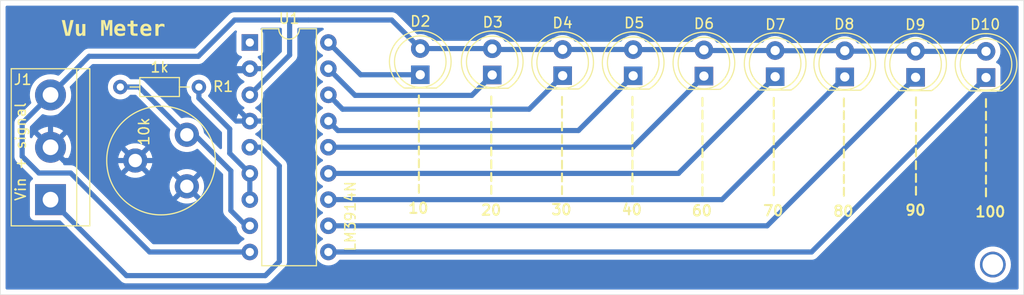
<source format=kicad_pcb>
(kicad_pcb (version 20240108) (generator "pcbnew") (generator_version "8.0")
  (layers (0 "F.Cu" signal) (31 "B.Cu" signal) (34 "B.Paste" user) (35 "F.Paste" user) (36 "B.SilkS" user "B.Silkscreen") (37 "F.SilkS" user "F.Silkscreen") (38 "B.Mask" user) (39 "F.Mask" user) (44 "Edge.Cuts" user))
  (net 0 "")
  (net 1 "Net-(D2-K)")
  (net 2 "Net-(D3-K)")
  (net 3 "Net-(D4-K)")
  (net 4 "Net-(D5-K)")
  (net 5 "Net-(D6-K)")
  (net 6 "Net-(D7-K)")
  (net 7 "Net-(D8-K)")
  (net 8 "Net-(D9-K)")
  (net 9 "Net-(D10-K)")
  (net 10 "Net-(J1-Pin_1)")
  (net 11 "GND")
  (net 12 "Net-(U1-REFADJ)")
  (net 13 "Net-(U1-REFOUT)")
  (net 14 "Net-(D10-A)")
  (footprint "LED_THT:LED_D5.0mm" (layer "F.Cu") (at 156.45 91.38 90)
    (property "Reference" "D5" (at 5.12 0.1 0) (layer "F.SilkS"))
    (property "Value" "LED5")
    (fp_line (start -1.29 -1.545) (end -1.29 1.545) (stroke (width 0.12)) (layer "F.SilkS"))
    (fp_arc (start -1.29 -1.54483) (mid 2.071756 -2.880501) (end 4.26 -0.000048) (stroke (width 0.12)) (layer "F.SilkS"))
    (fp_arc (start 4.26 0.000048) (mid 2.071756 2.880501) (end -1.29 1.54483) (stroke (width 0.12)) (layer "F.SilkS"))
    (fp_circle (center 1.27 0) (end 3.77 0) (stroke (width 0.12)) (fill none) (layer "F.SilkS"))
    (pad "1" thru_hole rect (at 0 0 90) (size 1.8 1.8) (drill 0.9) (layers "*.Cu" "*.Mask") (net 4 "Net-(D5-K)"))
    (pad "2" thru_hole circle (at 2.54 0 90) (size 1.8 1.8) (drill 0.9) (layers "*.Cu" "*.Mask") (net 14 "Net-(D10-A)"))
  )
  (footprint "LED_THT:LED_D5.0mm" (layer "F.Cu") (at 176.97 91.49 90)
    (property "Reference" "D8" (at 5.11 -0.05 0) (layer "F.SilkS"))
    (property "Value" "LED8")
    (fp_line (start -1.29 -1.545) (end -1.29 1.545) (stroke (width 0.12)) (layer "F.SilkS"))
    (fp_arc (start -1.29 -1.54483) (mid 2.071756 -2.880501) (end 4.26 -0.000048) (stroke (width 0.12)) (layer "F.SilkS"))
    (fp_arc (start 4.26 0.000048) (mid 2.071756 2.880501) (end -1.29 1.54483) (stroke (width 0.12)) (layer "F.SilkS"))
    (fp_circle (center 1.27 0) (end 3.77 0) (stroke (width 0.12)) (fill none) (layer "F.SilkS"))
    (pad "1" thru_hole rect (at 0 0 90) (size 1.8 1.8) (drill 0.9) (layers "*.Cu" "*.Mask") (net 7 "Net-(D8-K)"))
    (pad "2" thru_hole circle (at 2.54 0 90) (size 1.8 1.8) (drill 0.9) (layers "*.Cu" "*.Mask") (net 14 "Net-(D10-A)"))
  )
  (footprint "LED_THT:LED_D5.0mm" (layer "F.Cu") (at 135.8 91.28 90)
    (property "Reference" "D2" (at 5.18 0.01 0) (layer "F.SilkS"))
    (property "Value" "LED2")
    (fp_line (start -1.29 -1.545) (end -1.29 1.545) (stroke (width 0.12)) (layer "F.SilkS"))
    (fp_arc (start -1.29 -1.54483) (mid 2.071756 -2.880501) (end 4.26 -0.000048) (stroke (width 0.12)) (layer "F.SilkS"))
    (fp_arc (start 4.26 0.000048) (mid 2.071756 2.880501) (end -1.29 1.54483) (stroke (width 0.12)) (layer "F.SilkS"))
    (fp_circle (center 1.27 0) (end 3.77 0) (stroke (width 0.12)) (fill none) (layer "F.SilkS"))
    (pad "1" thru_hole rect (at 0 0 90) (size 1.8 1.8) (drill 0.9) (layers "*.Cu" "*.Mask") (net 1 "Net-(D2-K)"))
    (pad "2" thru_hole circle (at 2.54 0 90) (size 1.8 1.8) (drill 0.9) (layers "*.Cu" "*.Mask") (net 14 "Net-(D10-A)"))
  )
  (footprint "Resistor_THT:R_Axial_DIN0204_L3.6mm_D1.6mm_P7.62mm_Horizontal" (layer "F.Cu") (at 114.33 92.47 180)
    (property "Reference" "R1" (at -2.35 0.04 0) (layer "F.SilkS"))
    (property "Value" "1k" (at 3.81 1.92 0) (layer "F.SilkS"))
    (fp_line (start 6.68 0) (end 5.73 0) (stroke (width 0.12)) (layer "F.SilkS"))
    (fp_line (start 5.73 0.92) (end 5.73 -0.92) (stroke (width 0.12)) (layer "F.SilkS"))
    (fp_line (start 5.73 -0.92) (end 1.89 -0.92) (stroke (width 0.12)) (layer "F.SilkS"))
    (fp_line (start 1.89 0.92) (end 5.73 0.92) (stroke (width 0.12)) (layer "F.SilkS"))
    (fp_line (start 1.89 -0.92) (end 1.89 0.92) (stroke (width 0.12)) (layer "F.SilkS"))
    (fp_line (start 0.94 0) (end 1.89 0) (stroke (width 0.12)) (layer "F.SilkS"))
    (pad "1" thru_hole circle (at 0 0 180) (size 1.4 1.4) (drill 0.7) (layers "*.Cu" "*.Mask") (net 13 "Net-(U1-REFOUT)"))
    (pad "2" thru_hole oval (at 7.62 0 180) (size 1.4 1.4) (drill 0.7) (layers "*.Cu" "*.Mask") (net 12 "Net-(U1-REFADJ)"))
  )
  (footprint "TerminalBlock:TerminalBlock_bornier-3_P5.08mm" (layer "F.Cu") (at 99.94 103.395 90)
    (property "Reference" "J1" (at 11.64 -2.7 180) (layer "F.SilkS"))
    (property "Value" "Vin + signal" (at 4.66 -2.9 270) (layer "F.SilkS"))
    (fp_line (start -2.54 -3.81) (end 12.7 -3.81) (stroke (width 0.12)) (layer "F.SilkS"))
    (fp_line (start -2.54 2.54) (end 12.7 2.54) (stroke (width 0.12)) (layer "F.SilkS"))
    (fp_line (start 12.7 3.81) (end 12.7 -3.81) (stroke (width 0.12)) (layer "F.SilkS"))
    (fp_line (start -2.54 3.81) (end -2.54 -3.81) (stroke (width 0.12)) (layer "F.SilkS"))
    (fp_line (start -2.54 3.81) (end 12.7 3.81) (stroke (width 0.12)) (layer "F.SilkS"))
    (pad "1" thru_hole rect (at 0 0 90) (size 3 3) (drill 1.52) (layers "*.Cu" "*.Mask") (net 10 "Net-(J1-Pin_1)"))
    (pad "2" thru_hole circle (at 5.08 0 90) (size 3 3) (drill 1.52) (layers "*.Cu" "*.Mask") (net 11 "GND"))
    (pad "3" thru_hole circle (at 10.16 0 90) (size 3 3) (drill 1.52) (layers "*.Cu" "*.Mask") (net 14 "Net-(D10-A)"))
  )
  (footprint "MountingHole:MountingHole_2.5mm" (layer "F.Cu") (at 191.33 109.69)
    (property "Reference" "H1" (at 0 0.05 0) (layer "F.SilkS"))
    (property "Value" "MountingHole")
    (pad "" np_thru_hole circle (at 0 0) (size 2.5 2.5) (drill 2) (layers "F&B.Cu" "*.Mask"))
  )
  (footprint "LED_THT:LED_D5.0mm" (layer "F.Cu") (at 183.84 91.53 90)
    (property "Reference" "D9" (at 5.11 -0.03 0) (layer "F.SilkS"))
    (property "Value" "LED9")
    (fp_line (start -1.29 -1.545) (end -1.29 1.545) (stroke (width 0.12)) (layer "F.SilkS"))
    (fp_arc (start -1.29 -1.54483) (mid 2.071756 -2.880501) (end 4.26 -0.000048) (stroke (width 0.12)) (layer "F.SilkS"))
    (fp_arc (start 4.26 0.000048) (mid 2.071756 2.880501) (end -1.29 1.54483) (stroke (width 0.12)) (layer "F.SilkS"))
    (fp_circle (center 1.27 0) (end 3.77 0) (stroke (width 0.12)) (fill none) (layer "F.SilkS"))
    (pad "1" thru_hole rect (at 0 0 90) (size 1.8 1.8) (drill 0.9) (layers "*.Cu" "*.Mask") (net 8 "Net-(D9-K)"))
    (pad "2" thru_hole circle (at 2.54 0 90) (size 1.8 1.8) (drill 0.9) (layers "*.Cu" "*.Mask") (net 14 "Net-(D10-A)"))
  )
  (footprint "LED_THT:LED_D5.0mm" (layer "F.Cu") (at 163.31 91.41 90)
    (property "Reference" "D6" (at 5.08 0.01 0) (layer "F.SilkS"))
    (property "Value" "LED6")
    (fp_line (start -1.29 -1.545) (end -1.29 1.545) (stroke (width 0.12)) (layer "F.SilkS"))
    (fp_arc (start -1.29 -1.54483) (mid 2.071756 -2.880501) (end 4.26 -0.000048) (stroke (width 0.12)) (layer "F.SilkS"))
    (fp_arc (start 4.26 0.000048) (mid 2.071756 2.880501) (end -1.29 1.54483) (stroke (width 0.12)) (layer "F.SilkS"))
    (fp_circle (center 1.27 0) (end 3.77 0) (stroke (width 0.12)) (fill none) (layer "F.SilkS"))
    (pad "1" thru_hole rect (at 0 0 90) (size 1.8 1.8) (drill 0.9) (layers "*.Cu" "*.Mask") (net 5 "Net-(D6-K)"))
    (pad "2" thru_hole circle (at 2.54 0 90) (size 1.8 1.8) (drill 0.9) (layers "*.Cu" "*.Mask") (net 14 "Net-(D10-A)"))
  )
  (footprint "Package_DIP:DIP-18_W7.62mm" (layer "F.Cu") (at 119.27 88.15)
    (property "Reference" "U1" (at 3.81 -2.33 0) (layer "F.SilkS"))
    (property "Value" "LM3914N" (at 9.75 16.86 90) (layer "F.SilkS"))
    (fp_line (start 1.16 -1.33) (end 1.16 21.65) (stroke (width 0.12)) (layer "F.SilkS"))
    (fp_line (start 1.16 21.65) (end 6.46 21.65) (stroke (width 0.12)) (layer "F.SilkS"))
    (fp_line (start 2.81 -1.33) (end 1.16 -1.33) (stroke (width 0.12)) (layer "F.SilkS"))
    (fp_line (start 6.46 -1.33) (end 4.81 -1.33) (stroke (width 0.12)) (layer "F.SilkS"))
    (fp_line (start 6.46 21.65) (end 6.46 -1.33) (stroke (width 0.12)) (layer "F.SilkS"))
    (fp_arc (start 4.81 -1.33) (mid 3.81 -0.33) (end 2.81 -1.33) (stroke (width 0.12)) (layer "F.SilkS"))
    (pad "1" thru_hole rect (at 0 0) (size 1.6 1.6) (drill 0.8) (layers "*.Cu" "*.Mask"))
    (pad "2" thru_hole oval (at 0 2.54) (size 1.6 1.6) (drill 0.8) (layers "*.Cu" "*.Mask") (net 11 "GND"))
    (pad "3" thru_hole oval (at 0 5.08) (size 1.6 1.6) (drill 0.8) (layers "*.Cu" "*.Mask") (net 14 "Net-(D10-A)"))
    (pad "4" thru_hole oval (at 0 7.62) (size 1.6 1.6) (drill 0.8) (layers "*.Cu" "*.Mask") (net 11 "GND"))
    (pad "5" thru_hole oval (at 0 10.16) (size 1.6 1.6) (drill 0.8) (layers "*.Cu" "*.Mask") (net 10 "Net-(J1-Pin_1)"))
    (pad "6" thru_hole oval (at 0 12.7) (size 1.6 1.6) (drill 0.8) (layers "*.Cu" "*.Mask") (net 13 "Net-(U1-REFOUT)"))
    (pad "7" thru_hole oval (at 0 15.24) (size 1.6 1.6) (drill 0.8) (layers "*.Cu" "*.Mask") (net 13 "Net-(U1-REFOUT)"))
    (pad "8" thru_hole oval (at 0 17.78) (size 1.6 1.6) (drill 0.8) (layers "*.Cu" "*.Mask") (net 12 "Net-(U1-REFADJ)"))
    (pad "9" thru_hole oval (at 0 20.32) (size 1.6 1.6) (drill 0.8) (layers "*.Cu" "*.Mask") (net 14 "Net-(D10-A)"))
    (pad "10" thru_hole oval (at 7.62 20.32) (size 1.6 1.6) (drill 0.8) (layers "*.Cu" "*.Mask") (net 9 "Net-(D10-K)"))
    (pad "11" thru_hole oval (at 7.62 17.78) (size 1.6 1.6) (drill 0.8) (layers "*.Cu" "*.Mask") (net 8 "Net-(D9-K)"))
    (pad "12" thru_hole oval (at 7.62 15.24) (size 1.6 1.6) (drill 0.8) (layers "*.Cu" "*.Mask") (net 7 "Net-(D8-K)"))
    (pad "13" thru_hole oval (at 7.62 12.7) (size 1.6 1.6) (drill 0.8) (layers "*.Cu" "*.Mask") (net 6 "Net-(D7-K)"))
    (pad "14" thru_hole oval (at 7.62 10.16) (size 1.6 1.6) (drill 0.8) (layers "*.Cu" "*.Mask") (net 5 "Net-(D6-K)"))
    (pad "15" thru_hole oval (at 7.62 7.62) (size 1.6 1.6) (drill 0.8) (layers "*.Cu" "*.Mask") (net 4 "Net-(D5-K)"))
    (pad "16" thru_hole oval (at 7.62 5.08) (size 1.6 1.6) (drill 0.8) (layers "*.Cu" "*.Mask") (net 3 "Net-(D4-K)"))
    (pad "17" thru_hole oval (at 7.62 2.54) (size 1.6 1.6) (drill 0.8) (layers "*.Cu" "*.Mask") (net 2 "Net-(D3-K)"))
    (pad "18" thru_hole oval (at 7.62 0) (size 1.6 1.6) (drill 0.8) (layers "*.Cu" "*.Mask") (net 1 "Net-(D2-K)"))
  )
  (footprint "LED_THT:LED_D5.0mm" (layer "F.Cu") (at 142.78 91.3 90)
    (property "Reference" "D3" (at 5.11 0.05 0) (layer "F.SilkS"))
    (property "Value" "LED3")
    (fp_line (start -1.29 -1.545) (end -1.29 1.545) (stroke (width 0.12)) (layer "F.SilkS"))
    (fp_arc (start -1.29 -1.54483) (mid 2.071756 -2.880501) (end 4.26 -0.000048) (stroke (width 0.12)) (layer "F.SilkS"))
    (fp_arc (start 4.26 0.000048) (mid 2.071756 2.880501) (end -1.29 1.54483) (stroke (width 0.12)) (layer "F.SilkS"))
    (fp_circle (center 1.27 0) (end 3.77 0) (stroke (width 0.12)) (fill none) (layer "F.SilkS"))
    (pad "1" thru_hole rect (at 0 0 90) (size 1.8 1.8) (drill 0.9) (layers "*.Cu" "*.Mask") (net 2 "Net-(D3-K)"))
    (pad "2" thru_hole circle (at 2.54 0 90) (size 1.8 1.8) (drill 0.9) (layers "*.Cu" "*.Mask") (net 14 "Net-(D10-A)"))
  )
  (footprint "LED_THT:LED_D5.0mm" (layer "F.Cu") (at 149.61 91.37 90)
    (property "Reference" "D4" (at 5.11 -0.01 0) (layer "F.SilkS"))
    (property "Value" "LED4")
    (fp_line (start -1.29 -1.545) (end -1.29 1.545) (stroke (width 0.12)) (layer "F.SilkS"))
    (fp_arc (start -1.29 -1.54483) (mid 2.071756 -2.880501) (end 4.26 -0.000048) (stroke (width 0.12)) (layer "F.SilkS"))
    (fp_arc (start 4.26 0.000048) (mid 2.071756 2.880501) (end -1.29 1.54483) (stroke (width 0.12)) (layer "F.SilkS"))
    (fp_circle (center 1.27 0) (end 3.77 0) (stroke (width 0.12)) (fill none) (layer "F.SilkS"))
    (pad "1" thru_hole rect (at 0 0 90) (size 1.8 1.8) (drill 0.9) (layers "*.Cu" "*.Mask") (net 3 "Net-(D4-K)"))
    (pad "2" thru_hole circle (at 2.54 0 90) (size 1.8 1.8) (drill 0.9) (layers "*.Cu" "*.Mask") (net 14 "Net-(D10-A)"))
  )
  (footprint "LED_THT:LED_D5.0mm" (layer "F.Cu") (at 190.67 91.55 90)
    (property "Reference" "D10" (at 5.16 -0.08 0) (layer "F.SilkS"))
    (property "Value" "LED10" (hide yes))
    (fp_line (start -1.29 -1.545) (end -1.29 1.545) (stroke (width 0.12)) (layer "F.SilkS"))
    (fp_arc (start -1.29 -1.54483) (mid 2.071756 -2.880501) (end 4.26 -0.000048) (stroke (width 0.12)) (layer "F.SilkS"))
    (fp_arc (start 4.26 0.000048) (mid 2.071756 2.880501) (end -1.29 1.54483) (stroke (width 0.12)) (layer "F.SilkS"))
    (fp_circle (center 1.27 0) (end 3.77 0) (stroke (width 0.12)) (fill none) (layer "F.SilkS"))
    (pad "1" thru_hole rect (at 0 0 90) (size 1.8 1.8) (drill 0.9) (layers "*.Cu" "*.Mask") (net 9 "Net-(D10-K)"))
    (pad "2" thru_hole circle (at 2.54 0 90) (size 1.8 1.8) (drill 0.9) (layers "*.Cu" "*.Mask") (net 14 "Net-(D10-A)"))
  )
  (footprint "LED_THT:LED_D5.0mm" (layer "F.Cu") (at 170.22 91.47 90)
    (property "Reference" "D7" (at 5.06 0.02 0) (layer "F.SilkS"))
    (property "Value" "LED7")
    (fp_line (start -1.29 -1.545) (end -1.29 1.545) (stroke (width 0.12)) (layer "F.SilkS"))
    (fp_arc (start -1.29 -1.54483) (mid 2.071756 -2.880501) (end 4.26 -0.000048) (stroke (width 0.12)) (layer "F.SilkS"))
    (fp_arc (start 4.26 0.000048) (mid 2.071756 2.880501) (end -1.29 1.54483) (stroke (width 0.12)) (layer "F.SilkS"))
    (fp_circle (center 1.27 0) (end 3.77 0) (stroke (width 0.12)) (fill none) (layer "F.SilkS"))
    (pad "1" thru_hole rect (at 0 0 90) (size 1.8 1.8) (drill 0.9) (layers "*.Cu" "*.Mask") (net 6 "Net-(D7-K)"))
    (pad "2" thru_hole circle (at 2.54 0 90) (size 1.8 1.8) (drill 0.9) (layers "*.Cu" "*.Mask") (net 14 "Net-(D10-A)"))
  )
  (footprint "Potentiometer_THT:Potentiometer_Piher_PT-10-V05_Vertical" (layer "F.Cu") (at 113.16 97.1 180)
    (property "Reference" "RV1" (hide yes))
    (property "Value" "10k" (at 4.15 0.31 90) (layer "F.SilkS"))
    (fp_circle (center 2.501 -2.5) (end 7.771 -2.5) (stroke (width 0.12)) (fill none) (layer "F.SilkS"))
    (pad "1" thru_hole circle (at 0 0 180) (size 2.34 2.34) (drill 1.3) (layers "*.Cu" "*.Mask") (net 12 "Net-(U1-REFADJ)"))
    (pad "2" thru_hole circle (at 5 -2.5 180) (size 2.34 2.34) (drill 1.3) (layers "*.Cu" "*.Mask") (net 11 "GND"))
    (pad "3" thru_hole circle (at 0 -5 180) (size 2.34 2.34) (drill 1.3) (layers "*.Cu" "*.Mask") (net 11 "GND"))
  )
  (gr_rect (start 95.08 84.08) (end 194.33 112.61) (stroke (width 0.05)) (fill none) (layer "Edge.Cuts"))
  (gr_text "90" (at 182.74 105 0) (layer "F.SilkS") (effects (font (size 1 1) (thickness 0.2) (bold yes)) (justify left bottom)))
  (gr_text "60\n" (at 162.03 105.05 0) (layer "F.SilkS") (effects (font (size 1 1) (thickness 0.2) (bold yes)) (justify left bottom)))
  (gr_text "70" (at 168.95 105.05 0) (layer "F.SilkS") (effects (font (size 1 1) (thickness 0.2) (bold yes)) (justify left bottom)))
  (gr_text "10" (at 134.53 104.81 0) (layer "F.SilkS") (effects (font (size 1 1) (thickness 0.2) (bold yes)) (justify left bottom)))
  (gr_text "--------" (at 150.06 103.23 90) (layer "F.SilkS") (effects (font (size 1 1) (thickness 0.2) (bold yes)) (justify left bottom)))
  (gr_text "--------" (at 136.18 103.09 90) (layer "F.SilkS") (effects (font (size 1 1) (thickness 0.2) (bold yes)) (justify left bottom)))
  (gr_text "80" (at 175.75 105.1 0) (layer "F.SilkS") (effects (font (size 1 1) (thickness 0.2) (bold yes)) (justify left bottom)))
  (gr_text "--------" (at 156.89 103.23 90) (layer "F.SilkS") (effects (font (size 1 1) (thickness 0.2) (bold yes)) (justify left bottom)))
  (gr_text "--------" (at 170.6 103.33 90) (layer "F.SilkS") (effects (font (size 1 1) (thickness 0.2) (bold yes)) (justify left bottom)))
  (gr_text "--------" (at 163.68 103.33 90) (layer "F.SilkS") (effects (font (size 1 1) (thickness 0.2) (bold yes)) (justify left bottom)))
  (gr_text "--------" (at 191.18 103.44 90) (layer "F.SilkS") (effects (font (size 1 1) (thickness 0.2) (bold yes)) (justify left bottom)))
  (gr_text "40" (at 155.24 104.95 0) (layer "F.SilkS") (effects (font (size 1 1) (thickness 0.2) (bold yes)) (justify left bottom)))
  (gr_text "100" (at 189.53 105.16 0) (layer "F.SilkS") (effects (font (size 1 1) (thickness 0.2) (bold yes)) (justify left bottom)))
  (gr_text "30\n" (at 148.41 104.95 0) (layer "F.SilkS") (effects (font (size 1 1) (thickness 0.2) (bold yes)) (justify left bottom)))
  (gr_text "--------" (at 143.2 103.19 90) (layer "F.SilkS") (effects (font (size 1 1) (thickness 0.2) (bold yes)) (justify left bottom)))
  (gr_text "Vu Meter" (at 100.97 87.76 0) (layer "F.SilkS") (effects (font (size 1.5 1.5) (thickness 0.3) (bold yes)) (justify left bottom)))
  (gr_text "20\n\n" (at 141.59 106.6 0) (layer "F.SilkS") (effects (font (size 1 1) (thickness 0.2) (bold yes)) (justify left bottom)))
  (gr_text "--------" (at 177.4 103.38 90) (layer "F.SilkS") (effects (font (size 1 1) (thickness 0.2) (bold yes)) (justify left bottom)))
  (gr_text "--------" (at 184.39 103.28 90) (layer "F.SilkS") (effects (font (size 1 1) (thickness 0.2) (bold yes)) (justify left bottom)))
  (segment (start 130.02 91.28) (end 135.8 91.28) (width 0.5) (layer "B.Cu") (net 1))
  (segment (start 126.89 88.15) (end 130.02 91.28) (width 0.5) (layer "B.Cu") (net 1))
  (segment (start 140.8 93.28) (end 142.78 91.3) (width 0.5) (layer "B.Cu") (net 2))
  (segment (start 129.48 93.28) (end 140.8 93.28) (width 0.5) (layer "B.Cu") (net 2))
  (segment (start 126.89 90.69) (end 129.48 93.28) (width 0.5) (layer "B.Cu") (net 2))
  (segment (start 127.69 94.04) (end 128.27 94.62) (width 0.5) (layer "B.Cu") (net 3))
  (segment (start 128.27 94.62) (end 146.36 94.62) (width 0.5) (layer "B.Cu") (net 3))
  (segment (start 127.69 94.03) (end 127.69 94.04) (width 0.5) (layer "B.Cu") (net 3))
  (segment (start 146.36 94.62) (end 149.61 91.37) (width 0.5) (layer "B.Cu") (net 3))
  (segment (start 126.89 93.23) (end 127.69 94.03) (width 0.5) (layer "B.Cu") (net 3))
  (segment (start 127.81 96.69) (end 151.14 96.69) (width 0.5) (layer "B.Cu") (net 4))
  (segment (start 151.14 96.69) (end 156.45 91.38) (width 0.5) (layer "B.Cu") (net 4))
  (segment (start 126.89 95.77) (end 127.81 96.69) (width 0.5) (layer "B.Cu") (net 4))
  (segment (start 126.89 98.31) (end 156.41 98.31) (width 0.5) (layer "B.Cu") (net 5))
  (segment (start 156.41 98.31) (end 163.31 91.41) (width 0.5) (layer "B.Cu") (net 5))
  (segment (start 160.84 100.85) (end 170.22 91.47) (width 0.5) (layer "B.Cu") (net 6))
  (segment (start 126.89 100.85) (end 160.84 100.85) (width 0.5) (layer "B.Cu") (net 6))
  (segment (start 165.07 103.39) (end 176.97 91.49) (width 0.5) (layer "B.Cu") (net 7))
  (segment (start 126.89 103.39) (end 165.07 103.39) (width 0.5) (layer "B.Cu") (net 7))
  (segment (start 126.89 105.93) (end 169.44 105.93) (width 0.5) (layer "B.Cu") (net 8))
  (segment (start 169.44 105.93) (end 183.84 91.53) (width 0.5) (layer "B.Cu") (net 8))
  (segment (start 126.89 108.47) (end 173.75 108.47) (width 0.5) (layer "B.Cu") (net 9))
  (segment (start 173.75 108.47) (end 190.67 91.55) (width 0.5) (layer "B.Cu") (net 9))
  (segment (start 120.32 98.31) (end 119.27 98.31) (width 0.5) (layer "B.Cu") (net 10))
  (segment (start 107.305 110.76) (end 120.77 110.76) (width 0.5) (layer "B.Cu") (net 10))
  (segment (start 122.13 109.4) (end 122.13 100.12) (width 0.5) (layer "B.Cu") (net 10))
  (segment (start 120.77 110.76) (end 122.13 109.4) (width 0.5) (layer "B.Cu") (net 10))
  (segment (start 122.13 100.12) (end 120.32 98.31) (width 0.5) (layer "B.Cu") (net 10))
  (segment (start 99.94 103.395) (end 107.305 110.76) (width 0.5) (layer "B.Cu") (net 10))
  (segment (start 110.66 99.6) (end 108.16 99.6) (width 0.5) (layer "B.Cu") (net 11))
  (segment (start 116.65 90.89) (end 119.07 90.89) (width 0.5) (layer "B.Cu") (net 11))
  (segment (start 99.94 98.315) (end 99.94 96.1937) (width 0.5) (layer "B.Cu") (net 11))
  (segment (start 105.244 90.89) (end 116.65 90.89) (width 0.5) (layer "B.Cu") (net 11))
  (segment (start 119.27 95.77) (end 116.65 93.15) (width 0.5) (layer "B.Cu") (net 11))
  (segment (start 113.765 101.495) (end 113.16 102.1) (width 0.5) (layer "B.Cu") (net 11))
  (segment (start 116.65 93.15) (end 116.65 90.89) (width 0.5) (layer "B.Cu") (net 11))
  (segment (start 119.07 90.89) (end 119.27 90.69) (width 0.5) (layer "B.Cu") (net 11))
  (segment (start 113.16 102.1) (end 110.66 99.6) (width 0.5) (layer "B.Cu") (net 11))
  (segment (start 108.16 99.6) (end 101.225 99.6) (width 0.5) (layer "B.Cu") (net 11))
  (segment (start 118.61 95.77) (end 119.27 95.77) (width 0.5) (layer "B.Cu") (net 11))
  (segment (start 99.94 96.1937) (end 105.244 90.89) (width 0.5) (layer "B.Cu") (net 11))
  (segment (start 101.225 99.6) (end 99.94 98.315) (width 0.5) (layer "B.Cu") (net 11))
  (segment (start 113.16 97.1) (end 113.93 97.1) (width 0.5) (layer "B.Cu") (net 12))
  (segment (start 118.91 105.93) (end 119.27 105.93) (width 0.5) (layer "B.Cu") (net 12))
  (segment (start 113.93 97.1) (end 117.43 100.6) (width 0.5) (layer "B.Cu") (net 12))
  (segment (start 108.53 92.47) (end 113.16 97.1) (width 0.5) (layer "B.Cu") (net 12))
  (segment (start 106.71 92.47) (end 108.53 92.47) (width 0.5) (layer "B.Cu") (net 12))
  (segment (start 117.43 100.6) (end 117.43 104.45) (width 0.5) (layer "B.Cu") (net 12))
  (segment (start 117.43 104.45) (end 118.91 105.93) (width 0.5) (layer "B.Cu") (net 12))
  (segment (start 117.32 96.54) (end 114.33 93.55) (width 0.5) (layer "B.Cu") (net 13))
  (segment (start 114.33 93.55) (end 114.33 92.47) (width 0.5) (layer "B.Cu") (net 13))
  (segment (start 119.27 100.85) (end 117.32 98.9) (width 0.5) (layer "B.Cu") (net 13))
  (segment (start 117.32 98.9) (end 117.32 96.54) (width 0.5) (layer "B.Cu") (net 13))
  (segment (start 119.27 103.39) (end 119.27 100.85) (width 0.5) (layer "B.Cu") (net 13))
  (segment (start 170.22 88.93) (end 163.37 88.93) (width 0.5) (layer "B.Cu") (net 14))
  (segment (start 183.86 89.01) (end 183.84 88.99) (width 0.5) (layer "B.Cu") (net 14))
  (segment (start 163.28 88.84) (end 163.31 88.87) (width 0.5) (layer "B.Cu") (net 14))
  (segment (start 123.13 85.97) (end 117.79 85.97) (width 0.5) (layer "B.Cu") (net 14))
  (segment (start 170.48 88.93) (end 170.5 88.95) (width 0.5) (layer "B.Cu") (net 14))
  (segment (start 163.37 88.93) (end 163.31 88.87) (width 0.5) (layer "B.Cu") (net 14))
  (segment (start 99.94 93.235) (end 102.985 90.19) (width 0.5) (layer "B.Cu") (net 14))
  (segment (start 97.19 95.985) (end 99.94 93.235) (width 0.5) (layer "B.Cu") (net 14))
  (segment (start 149.61 88.83) (end 142.85 88.83) (width 0.5) (layer "B.Cu") (net 14))
  (segment (start 135.8 88.74) (end 133.03 85.97) (width 0.5) (layer "B.Cu") (net 14))
  (segment (start 170.22 88.93) (end 170.48 88.93) (width 0.5) (layer "B.Cu") (net 14))
  (segment (start 119.27 93.23) (end 123.13 89.37) (width 0.5) (layer "B.Cu") (net 14))
  (segment (start 97.19 99.19) (end 97.19 95.985) (width 0.5) (layer "B.Cu") (net 14))
  (segment (start 190.67 89.01) (end 183.86 89.01) (width 0.5) (layer "B.Cu") (net 14))
  (segment (start 123.13 89.37) (end 123.13 85.97) (width 0.5) (layer "B.Cu") (net 14))
  (segment (start 156.44 88.83) (end 156.45 88.84) (width 0.5) (layer "B.Cu") (net 14))
  (segment (start 124.95 85.97) (end 123.13 85.97) (width 0.5) (layer "B.Cu") (net 14))
  (segment (start 109.55 108.47) (end 101.89 100.81) (width 0.5) (layer "B.Cu") (net 14))
  (segment (start 135.8 88.74) (end 142.76 88.74) (width 0.5) (layer "B.Cu") (net 14))
  (segment (start 101.89 100.81) (end 98.81 100.81) (width 0.5) (layer "B.Cu") (net 14))
  (segment (start 142.76 88.74) (end 142.78 88.76) (width 0.5) (layer "B.Cu") (net 14))
  (segment (start 133.03 85.97) (end 124.95 85.97) (width 0.5) (layer "B.Cu") (net 14))
  (segment (start 183.84 88.99) (end 177.01 88.99) (width 0.5) (layer "B.Cu") (net 14))
  (segment (start 170.5 88.95) (end 176.97 88.95) (width 0.5) (layer "B.Cu") (net 14))
  (segment (start 102.985 90.185) (end 103.68 89.49) (width 0.5) (layer "B.Cu") (net 14))
  (segment (start 117.79 85.97) (end 114.27 89.49) (width 0.5) (layer "B.Cu") (net 14))
  (segment (start 98.81 100.81) (end 97.19 99.19) (width 0.5) (layer "B.Cu") (net 14))
  (segment (start 156.45 88.84) (end 163.28 88.84) (width 0.5) (layer "B.Cu") (net 14))
  (segment (start 119.27 108.47) (end 109.55 108.47) (width 0.5) (layer "B.Cu") (net 14))
  (segment (start 149.61 88.83) (end 156.44 88.83) (width 0.5) (layer "B.Cu") (net 14))
  (segment (start 102.985 90.19) (end 102.985 90.185) (width 0.5) (layer "B.Cu") (net 14))
  (segment (start 142.85 88.83) (end 142.78 88.76) (width 0.5) (layer "B.Cu") (net 14))
  (segment (start 103.68 89.49) (end 114.27 89.49) (width 0.5) (layer "B.Cu") (net 14))
  (segment (start 177.01 88.99) (end 176.97 88.95) (width 0.5) (layer "B.Cu") (net 14))
  (zone (net 11) (net_name "GND") (layer "B.Cu") (connect_pads (clearance 0.5)) (min_thickness 0.25) (fill yes (thermal_gap 0.5) (thermal_bridge_width 0.5))
    (polygon (pts (xy 95.13 84.14) (xy 95.04 111.84) (xy 95.07 112.6) (xy 194.3 112.6) (xy 194.26 84.03) (xy 95.06 84.14)))
  )
)
</source>
